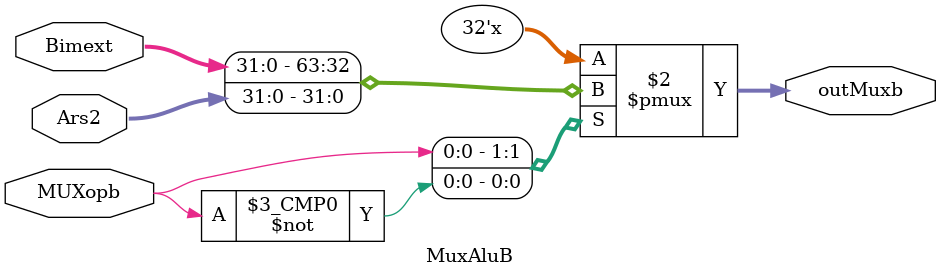
<source format=sv>
module MuxAluB(Ars2, Bimext, MUXopb, outMuxb);
  input logic [31:0] Ars2;
  input logic [31:0] Bimext;
  input logic MUXopb;
  
  output logic [31:0] outMuxb;
  
  always @(*) begin
    case (MUXopb)    	
      1'b1: outMuxb <= Bimext;
      1'b0: outMuxb <= Ars2;          
    endcase   
  end
endmodule
</source>
